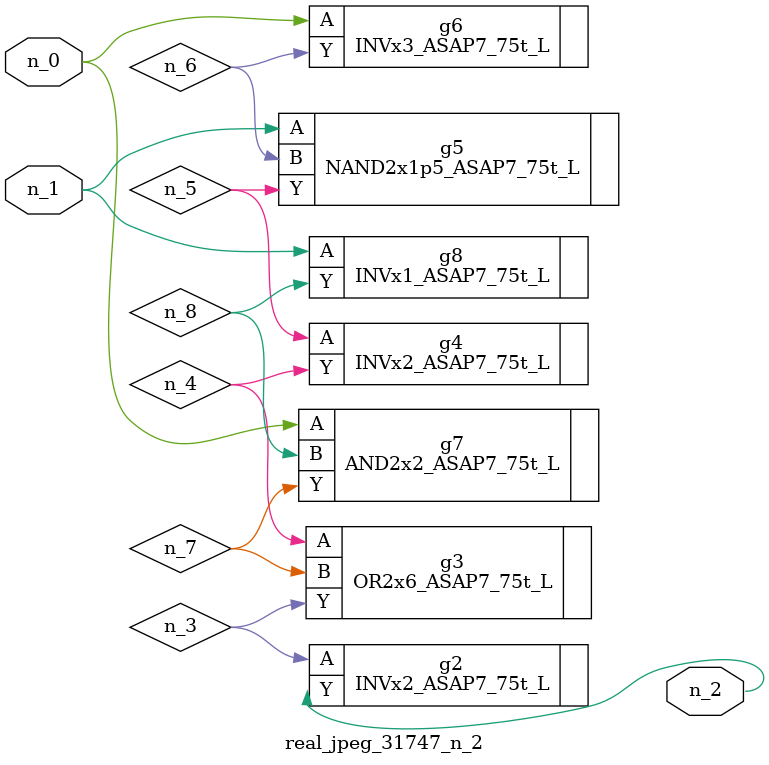
<source format=v>
module real_jpeg_31747_n_2 (n_1, n_0, n_2);

input n_1;
input n_0;

output n_2;

wire n_5;
wire n_8;
wire n_4;
wire n_6;
wire n_7;
wire n_3;

INVx3_ASAP7_75t_L g6 ( 
.A(n_0),
.Y(n_6)
);

AND2x2_ASAP7_75t_L g7 ( 
.A(n_0),
.B(n_8),
.Y(n_7)
);

NAND2x1p5_ASAP7_75t_L g5 ( 
.A(n_1),
.B(n_6),
.Y(n_5)
);

INVx1_ASAP7_75t_L g8 ( 
.A(n_1),
.Y(n_8)
);

INVx2_ASAP7_75t_L g2 ( 
.A(n_3),
.Y(n_2)
);

OR2x6_ASAP7_75t_L g3 ( 
.A(n_4),
.B(n_7),
.Y(n_3)
);

INVx2_ASAP7_75t_L g4 ( 
.A(n_5),
.Y(n_4)
);


endmodule
</source>
